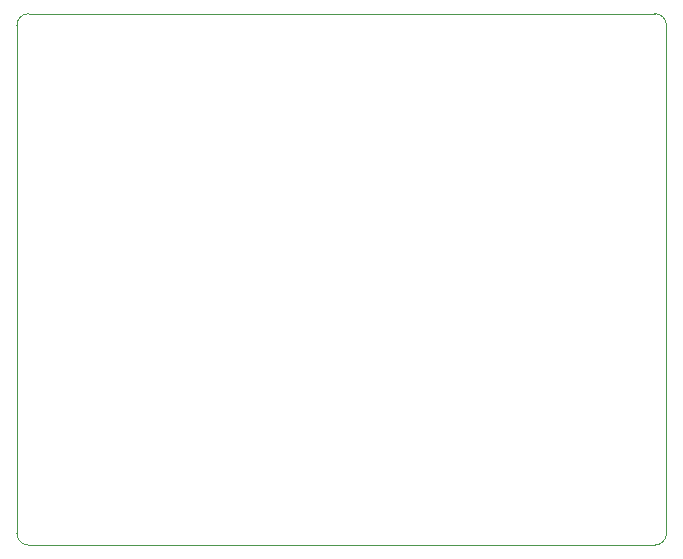
<source format=gbr>
%TF.GenerationSoftware,KiCad,Pcbnew,6.0.11-2627ca5db0~126~ubuntu22.04.1*%
%TF.CreationDate,2023-08-27T22:06:58+02:00*%
%TF.ProjectId,E73-2G4M08S1C-52840,4537332d-3247-4344-9d30-385331432d35,rev?*%
%TF.SameCoordinates,Original*%
%TF.FileFunction,Profile,NP*%
%FSLAX46Y46*%
G04 Gerber Fmt 4.6, Leading zero omitted, Abs format (unit mm)*
G04 Created by KiCad (PCBNEW 6.0.11-2627ca5db0~126~ubuntu22.04.1) date 2023-08-27 22:06:58*
%MOMM*%
%LPD*%
G01*
G04 APERTURE LIST*
%TA.AperFunction,Profile*%
%ADD10C,0.100000*%
%TD*%
G04 APERTURE END LIST*
D10*
X0Y-1000000D02*
X0Y-44000000D01*
X55000000Y-1000000D02*
X55000000Y-44000000D01*
X54000000Y0D02*
X1000000Y0D01*
X1000000Y-45000000D02*
X54000000Y-45000000D01*
X54000000Y-45000000D02*
G75*
G03*
X55000000Y-44000000I0J1000000D01*
G01*
X1000000Y0D02*
G75*
G03*
X0Y-1000000I0J-1000000D01*
G01*
X0Y-44000000D02*
G75*
G03*
X1000000Y-45000000I1000000J0D01*
G01*
X55000000Y-1000000D02*
G75*
G03*
X54000000Y0I-1000000J0D01*
G01*
M02*

</source>
